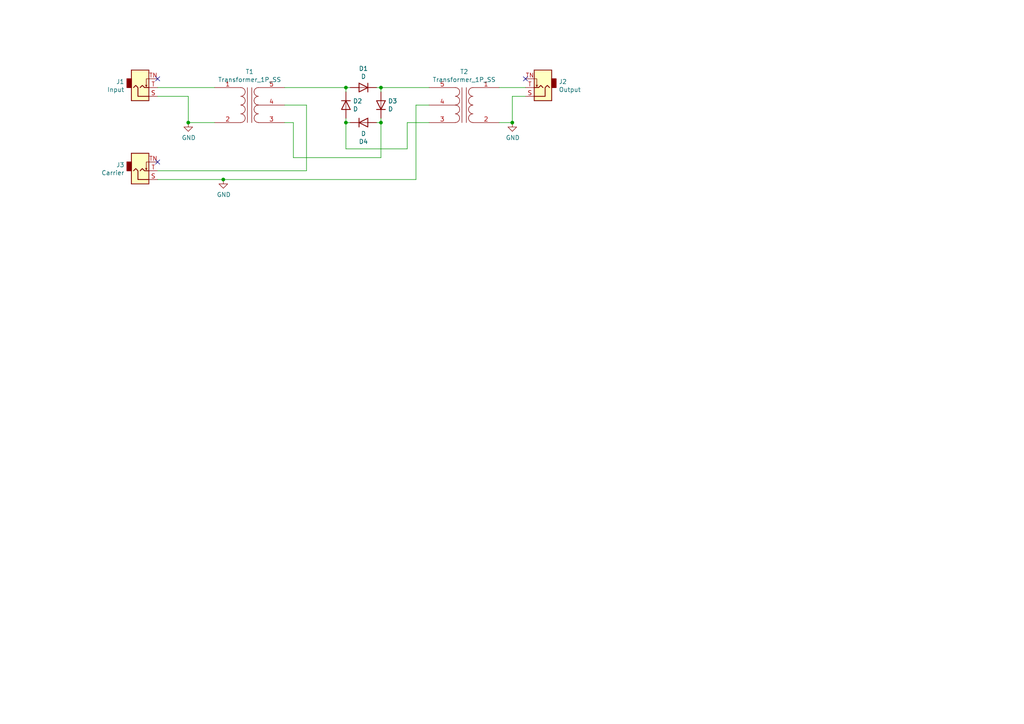
<source format=kicad_sch>
(kicad_sch
	(version 20231120)
	(generator "eeschema")
	(generator_version "8.0")
	(uuid "a547d506-f592-4028-b10a-fc18a621ca48")
	(paper "A4")
	(lib_symbols
		(symbol "Device:D"
			(pin_numbers hide)
			(pin_names
				(offset 1.016) hide)
			(exclude_from_sim no)
			(in_bom yes)
			(on_board yes)
			(property "Reference" "D"
				(at 0 2.54 0)
				(effects
					(font
						(size 1.27 1.27)
					)
				)
			)
			(property "Value" "D"
				(at 0 -2.54 0)
				(effects
					(font
						(size 1.27 1.27)
					)
				)
			)
			(property "Footprint" ""
				(at 0 0 0)
				(effects
					(font
						(size 1.27 1.27)
					)
					(hide yes)
				)
			)
			(property "Datasheet" "~"
				(at 0 0 0)
				(effects
					(font
						(size 1.27 1.27)
					)
					(hide yes)
				)
			)
			(property "Description" "Diode"
				(at 0 0 0)
				(effects
					(font
						(size 1.27 1.27)
					)
					(hide yes)
				)
			)
			(property "Sim.Device" "D"
				(at 0 0 0)
				(effects
					(font
						(size 1.27 1.27)
					)
					(hide yes)
				)
			)
			(property "Sim.Pins" "1=K 2=A"
				(at 0 0 0)
				(effects
					(font
						(size 1.27 1.27)
					)
					(hide yes)
				)
			)
			(property "ki_keywords" "diode"
				(at 0 0 0)
				(effects
					(font
						(size 1.27 1.27)
					)
					(hide yes)
				)
			)
			(property "ki_fp_filters" "TO-???* *_Diode_* *SingleDiode* D_*"
				(at 0 0 0)
				(effects
					(font
						(size 1.27 1.27)
					)
					(hide yes)
				)
			)
			(symbol "D_0_1"
				(polyline
					(pts
						(xy -1.27 1.27) (xy -1.27 -1.27)
					)
					(stroke
						(width 0.254)
						(type default)
					)
					(fill
						(type none)
					)
				)
				(polyline
					(pts
						(xy 1.27 0) (xy -1.27 0)
					)
					(stroke
						(width 0)
						(type default)
					)
					(fill
						(type none)
					)
				)
				(polyline
					(pts
						(xy 1.27 1.27) (xy 1.27 -1.27) (xy -1.27 0) (xy 1.27 1.27)
					)
					(stroke
						(width 0.254)
						(type default)
					)
					(fill
						(type none)
					)
				)
			)
			(symbol "D_1_1"
				(pin passive line
					(at -3.81 0 0)
					(length 2.54)
					(name "K"
						(effects
							(font
								(size 1.27 1.27)
							)
						)
					)
					(number "1"
						(effects
							(font
								(size 1.27 1.27)
							)
						)
					)
				)
				(pin passive line
					(at 3.81 0 180)
					(length 2.54)
					(name "A"
						(effects
							(font
								(size 1.27 1.27)
							)
						)
					)
					(number "2"
						(effects
							(font
								(size 1.27 1.27)
							)
						)
					)
				)
			)
		)
		(symbol "Device:Transformer_1P_SS"
			(pin_names
				(offset 1.016) hide)
			(exclude_from_sim no)
			(in_bom yes)
			(on_board yes)
			(property "Reference" "T"
				(at 0 6.35 0)
				(effects
					(font
						(size 1.27 1.27)
					)
				)
			)
			(property "Value" "Transformer_1P_SS"
				(at 0 -7.62 0)
				(effects
					(font
						(size 1.27 1.27)
					)
				)
			)
			(property "Footprint" ""
				(at 0 0 0)
				(effects
					(font
						(size 1.27 1.27)
					)
					(hide yes)
				)
			)
			(property "Datasheet" "~"
				(at 0 0 0)
				(effects
					(font
						(size 1.27 1.27)
					)
					(hide yes)
				)
			)
			(property "Description" "Transformer, single primary, split secondary"
				(at 0 0 0)
				(effects
					(font
						(size 1.27 1.27)
					)
					(hide yes)
				)
			)
			(property "ki_keywords" "transformer coil magnet"
				(at 0 0 0)
				(effects
					(font
						(size 1.27 1.27)
					)
					(hide yes)
				)
			)
			(symbol "Transformer_1P_SS_0_1"
				(arc
					(start -2.54 -5.0546)
					(mid -1.6599 -4.6901)
					(end -1.27 -3.81)
					(stroke
						(width 0)
						(type default)
					)
					(fill
						(type none)
					)
				)
				(arc
					(start -2.54 -2.5146)
					(mid -1.6599 -2.1501)
					(end -1.27 -1.27)
					(stroke
						(width 0)
						(type default)
					)
					(fill
						(type none)
					)
				)
				(arc
					(start -2.54 0.0254)
					(mid -1.6599 0.3899)
					(end -1.27 1.27)
					(stroke
						(width 0)
						(type default)
					)
					(fill
						(type none)
					)
				)
				(arc
					(start -2.54 2.5654)
					(mid -1.6599 2.9299)
					(end -1.27 3.81)
					(stroke
						(width 0)
						(type default)
					)
					(fill
						(type none)
					)
				)
				(arc
					(start -1.27 -3.81)
					(mid -1.642 -2.912)
					(end -2.54 -2.54)
					(stroke
						(width 0)
						(type default)
					)
					(fill
						(type none)
					)
				)
				(arc
					(start -1.27 -1.27)
					(mid -1.642 -0.372)
					(end -2.54 0)
					(stroke
						(width 0)
						(type default)
					)
					(fill
						(type none)
					)
				)
				(arc
					(start -1.27 1.27)
					(mid -1.642 2.168)
					(end -2.54 2.54)
					(stroke
						(width 0)
						(type default)
					)
					(fill
						(type none)
					)
				)
				(arc
					(start -1.27 3.81)
					(mid -1.642 4.708)
					(end -2.54 5.08)
					(stroke
						(width 0)
						(type default)
					)
					(fill
						(type none)
					)
				)
				(polyline
					(pts
						(xy -0.635 5.08) (xy -0.635 -5.08)
					)
					(stroke
						(width 0)
						(type default)
					)
					(fill
						(type none)
					)
				)
				(polyline
					(pts
						(xy 0.635 -5.08) (xy 0.635 5.08)
					)
					(stroke
						(width 0)
						(type default)
					)
					(fill
						(type none)
					)
				)
				(arc
					(start 1.2954 -1.27)
					(mid 1.6599 -2.1501)
					(end 2.54 -2.5146)
					(stroke
						(width 0)
						(type default)
					)
					(fill
						(type none)
					)
				)
				(arc
					(start 1.2954 1.27)
					(mid 1.6599 0.3899)
					(end 2.54 0.0254)
					(stroke
						(width 0)
						(type default)
					)
					(fill
						(type none)
					)
				)
				(arc
					(start 1.2954 3.81)
					(mid 1.6599 2.9299)
					(end 2.54 2.5654)
					(stroke
						(width 0)
						(type default)
					)
					(fill
						(type none)
					)
				)
				(arc
					(start 1.3208 -3.81)
					(mid 1.6853 -4.6901)
					(end 2.5654 -5.0546)
					(stroke
						(width 0)
						(type default)
					)
					(fill
						(type none)
					)
				)
				(arc
					(start 2.54 0)
					(mid 1.642 -0.372)
					(end 1.2954 -1.27)
					(stroke
						(width 0)
						(type default)
					)
					(fill
						(type none)
					)
				)
				(arc
					(start 2.54 2.54)
					(mid 1.642 2.168)
					(end 1.2954 1.27)
					(stroke
						(width 0)
						(type default)
					)
					(fill
						(type none)
					)
				)
				(arc
					(start 2.54 5.08)
					(mid 1.642 4.708)
					(end 1.2954 3.81)
					(stroke
						(width 0)
						(type default)
					)
					(fill
						(type none)
					)
				)
				(arc
					(start 2.5654 -2.54)
					(mid 1.6674 -2.912)
					(end 1.3208 -3.81)
					(stroke
						(width 0)
						(type default)
					)
					(fill
						(type none)
					)
				)
			)
			(symbol "Transformer_1P_SS_1_1"
				(pin passive line
					(at -10.16 5.08 0)
					(length 7.62)
					(name "AA"
						(effects
							(font
								(size 1.27 1.27)
							)
						)
					)
					(number "1"
						(effects
							(font
								(size 1.27 1.27)
							)
						)
					)
				)
				(pin passive line
					(at -10.16 -5.08 0)
					(length 7.62)
					(name "AB"
						(effects
							(font
								(size 1.27 1.27)
							)
						)
					)
					(number "2"
						(effects
							(font
								(size 1.27 1.27)
							)
						)
					)
				)
				(pin passive line
					(at 10.16 -5.08 180)
					(length 7.62)
					(name "SA"
						(effects
							(font
								(size 1.27 1.27)
							)
						)
					)
					(number "3"
						(effects
							(font
								(size 1.27 1.27)
							)
						)
					)
				)
				(pin passive line
					(at 10.16 0 180)
					(length 7.62)
					(name "SC"
						(effects
							(font
								(size 1.27 1.27)
							)
						)
					)
					(number "4"
						(effects
							(font
								(size 1.27 1.27)
							)
						)
					)
				)
				(pin passive line
					(at 10.16 5.08 180)
					(length 7.62)
					(name "SB"
						(effects
							(font
								(size 1.27 1.27)
							)
						)
					)
					(number "5"
						(effects
							(font
								(size 1.27 1.27)
							)
						)
					)
				)
			)
		)
		(symbol "ring_modulator-rescue:AudioJack2_SwitchT-Connector"
			(exclude_from_sim no)
			(in_bom yes)
			(on_board yes)
			(property "Reference" "J"
				(at 0 8.89 0)
				(effects
					(font
						(size 1.27 1.27)
					)
				)
			)
			(property "Value" "Connector_AudioJack2_SwitchT"
				(at 0 6.35 0)
				(effects
					(font
						(size 1.27 1.27)
					)
				)
			)
			(property "Footprint" ""
				(at 0 0 0)
				(effects
					(font
						(size 1.27 1.27)
					)
					(hide yes)
				)
			)
			(property "Datasheet" ""
				(at 0 0 0)
				(effects
					(font
						(size 1.27 1.27)
					)
					(hide yes)
				)
			)
			(property "Description" ""
				(at 0 0 0)
				(effects
					(font
						(size 1.27 1.27)
					)
					(hide yes)
				)
			)
			(property "ki_fp_filters" "Jack*"
				(at 0 0 0)
				(effects
					(font
						(size 1.27 1.27)
					)
					(hide yes)
				)
			)
			(symbol "AudioJack2_SwitchT-Connector_0_1"
				(rectangle
					(start -2.54 0)
					(end -3.81 -2.54)
					(stroke
						(width 0.254)
						(type solid)
					)
					(fill
						(type outline)
					)
				)
				(polyline
					(pts
						(xy 1.778 -0.254) (xy 2.032 -0.762)
					)
					(stroke
						(width 0)
						(type solid)
					)
					(fill
						(type none)
					)
				)
				(polyline
					(pts
						(xy 0 0) (xy 0.635 -0.635) (xy 1.27 0) (xy 2.54 0)
					)
					(stroke
						(width 0.254)
						(type solid)
					)
					(fill
						(type none)
					)
				)
				(polyline
					(pts
						(xy 2.54 -2.54) (xy 1.778 -2.54) (xy 1.778 -0.254) (xy 1.524 -0.762)
					)
					(stroke
						(width 0)
						(type solid)
					)
					(fill
						(type none)
					)
				)
				(polyline
					(pts
						(xy 2.54 2.54) (xy -0.635 2.54) (xy -0.635 0) (xy -1.27 -0.635) (xy -1.905 0)
					)
					(stroke
						(width 0.254)
						(type solid)
					)
					(fill
						(type none)
					)
				)
				(rectangle
					(start 2.54 3.81)
					(end -2.54 -5.08)
					(stroke
						(width 0.254)
						(type solid)
					)
					(fill
						(type background)
					)
				)
			)
			(symbol "AudioJack2_SwitchT-Connector_1_1"
				(pin passive line
					(at 5.08 2.54 180)
					(length 2.54)
					(name "~"
						(effects
							(font
								(size 1.27 1.27)
							)
						)
					)
					(number "S"
						(effects
							(font
								(size 1.27 1.27)
							)
						)
					)
				)
				(pin passive line
					(at 5.08 0 180)
					(length 2.54)
					(name "~"
						(effects
							(font
								(size 1.27 1.27)
							)
						)
					)
					(number "T"
						(effects
							(font
								(size 1.27 1.27)
							)
						)
					)
				)
				(pin passive line
					(at 5.08 -2.54 180)
					(length 2.54)
					(name "~"
						(effects
							(font
								(size 1.27 1.27)
							)
						)
					)
					(number "TN"
						(effects
							(font
								(size 1.27 1.27)
							)
						)
					)
				)
			)
		)
		(symbol "ring_modulator-rescue:GND-power"
			(power)
			(pin_names
				(offset 0)
			)
			(exclude_from_sim no)
			(in_bom yes)
			(on_board yes)
			(property "Reference" "#PWR"
				(at 0 -6.35 0)
				(effects
					(font
						(size 1.27 1.27)
					)
					(hide yes)
				)
			)
			(property "Value" "power_GND"
				(at 0 -3.81 0)
				(effects
					(font
						(size 1.27 1.27)
					)
				)
			)
			(property "Footprint" ""
				(at 0 0 0)
				(effects
					(font
						(size 1.27 1.27)
					)
					(hide yes)
				)
			)
			(property "Datasheet" ""
				(at 0 0 0)
				(effects
					(font
						(size 1.27 1.27)
					)
					(hide yes)
				)
			)
			(property "Description" ""
				(at 0 0 0)
				(effects
					(font
						(size 1.27 1.27)
					)
					(hide yes)
				)
			)
			(symbol "GND-power_0_1"
				(polyline
					(pts
						(xy 0 0) (xy 0 -1.27) (xy 1.27 -1.27) (xy 0 -2.54) (xy -1.27 -1.27) (xy 0 -1.27)
					)
					(stroke
						(width 0)
						(type solid)
					)
					(fill
						(type none)
					)
				)
			)
			(symbol "GND-power_1_1"
				(pin power_in line
					(at 0 0 270)
					(length 0) hide
					(name "GND"
						(effects
							(font
								(size 1.27 1.27)
							)
						)
					)
					(number "1"
						(effects
							(font
								(size 1.27 1.27)
							)
						)
					)
				)
			)
		)
	)
	(junction
		(at 148.59 35.56)
		(diameter 0)
		(color 0 0 0 0)
		(uuid "4d88f745-b814-4ab1-8d4b-55d94321fa25")
	)
	(junction
		(at 64.77 52.07)
		(diameter 0)
		(color 0 0 0 0)
		(uuid "ad92720f-e131-4c12-9017-bef0f6ecfe5f")
	)
	(junction
		(at 54.61 35.56)
		(diameter 0)
		(color 0 0 0 0)
		(uuid "bc84fc07-33a9-4139-a000-b6fc13277b75")
	)
	(junction
		(at 110.49 35.56)
		(diameter 0)
		(color 0 0 0 0)
		(uuid "ce1257db-80c2-48be-a435-0cbbbb408ee6")
	)
	(junction
		(at 110.49 25.4)
		(diameter 0)
		(color 0 0 0 0)
		(uuid "d1dbdbfa-1d33-48d4-870a-7c7fc540ac82")
	)
	(junction
		(at 100.33 25.4)
		(diameter 0)
		(color 0 0 0 0)
		(uuid "e8c9974f-1d2f-4b02-9a62-ae5f9ce1d2de")
	)
	(junction
		(at 100.33 35.56)
		(diameter 0)
		(color 0 0 0 0)
		(uuid "ff924e6f-b018-40a3-be59-3e8922228ac3")
	)
	(no_connect
		(at 45.72 46.99)
		(uuid "9510f348-0205-4ef9-b387-e3a89af209ca")
	)
	(no_connect
		(at 152.4 22.86)
		(uuid "ef739539-7c90-4690-b0e0-468f9ec8ad15")
	)
	(no_connect
		(at 45.72 22.86)
		(uuid "ff44ccfb-a364-401f-ba85-953b41d689cc")
	)
	(wire
		(pts
			(xy 88.9 30.48) (xy 82.55 30.48)
		)
		(stroke
			(width 0)
			(type default)
		)
		(uuid "169dd460-412e-41a1-a9e1-a3befae96712")
	)
	(wire
		(pts
			(xy 118.11 43.18) (xy 118.11 35.56)
		)
		(stroke
			(width 0)
			(type default)
		)
		(uuid "3554af16-05d2-47ae-a0bc-9f4750068ff8")
	)
	(wire
		(pts
			(xy 110.49 25.4) (xy 124.46 25.4)
		)
		(stroke
			(width 0)
			(type default)
		)
		(uuid "3b8a62a0-a1a4-49c5-8fcc-8779cc460852")
	)
	(wire
		(pts
			(xy 45.72 27.94) (xy 54.61 27.94)
		)
		(stroke
			(width 0)
			(type default)
		)
		(uuid "54d713bc-ce10-4f5f-aa73-a5e199fe1bf7")
	)
	(wire
		(pts
			(xy 109.22 35.56) (xy 110.49 35.56)
		)
		(stroke
			(width 0)
			(type default)
		)
		(uuid "66948204-9d07-43bf-b21f-d09f7876a640")
	)
	(wire
		(pts
			(xy 148.59 27.94) (xy 148.59 35.56)
		)
		(stroke
			(width 0)
			(type default)
		)
		(uuid "671c5e9d-7f9e-4d23-a1df-99e9541959d7")
	)
	(wire
		(pts
			(xy 144.78 25.4) (xy 152.4 25.4)
		)
		(stroke
			(width 0)
			(type default)
		)
		(uuid "79b24b64-837e-4112-afcf-1c8a6655e401")
	)
	(wire
		(pts
			(xy 54.61 27.94) (xy 54.61 35.56)
		)
		(stroke
			(width 0)
			(type default)
		)
		(uuid "7fafd4a5-2cc9-42dc-808e-0ba18bc7991c")
	)
	(wire
		(pts
			(xy 45.72 49.53) (xy 88.9 49.53)
		)
		(stroke
			(width 0)
			(type default)
		)
		(uuid "848cb236-422f-4cab-92d6-7d94b738287f")
	)
	(wire
		(pts
			(xy 100.33 26.67) (xy 100.33 25.4)
		)
		(stroke
			(width 0)
			(type default)
		)
		(uuid "91fb1935-6906-4f40-b82b-e258a2f0ca3e")
	)
	(wire
		(pts
			(xy 110.49 35.56) (xy 110.49 34.29)
		)
		(stroke
			(width 0)
			(type default)
		)
		(uuid "a65b561f-e4c2-45a1-b887-bc034e182ca1")
	)
	(wire
		(pts
			(xy 100.33 35.56) (xy 101.6 35.56)
		)
		(stroke
			(width 0)
			(type default)
		)
		(uuid "a9450e50-fea4-47c0-9f7a-e48d4c15ab09")
	)
	(wire
		(pts
			(xy 82.55 35.56) (xy 85.09 35.56)
		)
		(stroke
			(width 0)
			(type default)
		)
		(uuid "b05a3bc5-54cb-4903-9e4c-3ae6ef7a169b")
	)
	(wire
		(pts
			(xy 109.22 25.4) (xy 110.49 25.4)
		)
		(stroke
			(width 0)
			(type default)
		)
		(uuid "b4818c99-c65e-485b-a592-a3a5e318a8a9")
	)
	(wire
		(pts
			(xy 110.49 26.67) (xy 110.49 25.4)
		)
		(stroke
			(width 0)
			(type default)
		)
		(uuid "b9077052-034d-44d5-bf02-bc1ce2b9ea89")
	)
	(wire
		(pts
			(xy 85.09 45.72) (xy 110.49 45.72)
		)
		(stroke
			(width 0)
			(type default)
		)
		(uuid "bdae0b81-d0ea-4b51-8fdd-626f78178c2c")
	)
	(wire
		(pts
			(xy 100.33 34.29) (xy 100.33 35.56)
		)
		(stroke
			(width 0)
			(type default)
		)
		(uuid "bef68a2b-4f9e-407e-b2b9-9244171b5e1c")
	)
	(wire
		(pts
			(xy 45.72 25.4) (xy 62.23 25.4)
		)
		(stroke
			(width 0)
			(type default)
		)
		(uuid "c29e5e9e-edeb-48ce-b5ac-f18bac936310")
	)
	(wire
		(pts
			(xy 64.77 52.07) (xy 120.65 52.07)
		)
		(stroke
			(width 0)
			(type default)
		)
		(uuid "c2bc20f0-11c3-4048-abb1-9bd3b18788d8")
	)
	(wire
		(pts
			(xy 100.33 35.56) (xy 100.33 43.18)
		)
		(stroke
			(width 0)
			(type default)
		)
		(uuid "c596cc33-44e3-4914-a5d0-29a89b9c7866")
	)
	(wire
		(pts
			(xy 120.65 52.07) (xy 120.65 30.48)
		)
		(stroke
			(width 0)
			(type default)
		)
		(uuid "c8ad2b35-806e-472c-87c0-f352637c101a")
	)
	(wire
		(pts
			(xy 82.55 25.4) (xy 100.33 25.4)
		)
		(stroke
			(width 0)
			(type default)
		)
		(uuid "c9d5b782-ccb8-4ec7-bfce-3388129cdb98")
	)
	(wire
		(pts
			(xy 110.49 45.72) (xy 110.49 35.56)
		)
		(stroke
			(width 0)
			(type default)
		)
		(uuid "cde517c6-06fb-42f4-a265-2dfe4d9ff1aa")
	)
	(wire
		(pts
			(xy 148.59 35.56) (xy 144.78 35.56)
		)
		(stroke
			(width 0)
			(type default)
		)
		(uuid "d94cfa6f-8751-427a-be48-f12c987f9014")
	)
	(wire
		(pts
			(xy 100.33 43.18) (xy 118.11 43.18)
		)
		(stroke
			(width 0)
			(type default)
		)
		(uuid "e3ea9011-87b7-4af8-b9fe-8b2ae72631ff")
	)
	(wire
		(pts
			(xy 152.4 27.94) (xy 148.59 27.94)
		)
		(stroke
			(width 0)
			(type default)
		)
		(uuid "e8756863-120b-451c-83f2-2bf26bfc3ea9")
	)
	(wire
		(pts
			(xy 45.72 52.07) (xy 64.77 52.07)
		)
		(stroke
			(width 0)
			(type default)
		)
		(uuid "ec78caf5-1442-4829-b4ae-faa09fd0945c")
	)
	(wire
		(pts
			(xy 118.11 35.56) (xy 124.46 35.56)
		)
		(stroke
			(width 0)
			(type default)
		)
		(uuid "ede561e7-f091-4676-86e3-9164e25d36cc")
	)
	(wire
		(pts
			(xy 85.09 35.56) (xy 85.09 45.72)
		)
		(stroke
			(width 0)
			(type default)
		)
		(uuid "f1f7f24a-9e05-43e3-afb3-de34d58886b3")
	)
	(wire
		(pts
			(xy 120.65 30.48) (xy 124.46 30.48)
		)
		(stroke
			(width 0)
			(type default)
		)
		(uuid "f28f965f-27ef-41c0-9a5a-ff4e6fcd165b")
	)
	(wire
		(pts
			(xy 88.9 49.53) (xy 88.9 30.48)
		)
		(stroke
			(width 0)
			(type default)
		)
		(uuid "f553ca7d-9a3d-4cca-af93-22ceb5b75497")
	)
	(wire
		(pts
			(xy 100.33 25.4) (xy 101.6 25.4)
		)
		(stroke
			(width 0)
			(type default)
		)
		(uuid "f86849ae-e239-4793-bf19-d99ddad4b195")
	)
	(wire
		(pts
			(xy 54.61 35.56) (xy 62.23 35.56)
		)
		(stroke
			(width 0)
			(type default)
		)
		(uuid "faa02235-6fd7-4d46-b487-10297d8ee5ed")
	)
	(symbol
		(lib_id "ring_modulator-rescue:AudioJack2_SwitchT-Connector")
		(at 40.64 25.4 0)
		(mirror x)
		(unit 1)
		(exclude_from_sim no)
		(in_bom yes)
		(on_board yes)
		(dnp no)
		(uuid "00000000-0000-0000-0000-000065dac997")
		(property "Reference" "J1"
			(at 36.068 23.6982 0)
			(effects
				(font
					(size 1.27 1.27)
				)
				(justify right)
			)
		)
		(property "Value" "Input"
			(at 36.068 26.0096 0)
			(effects
				(font
					(size 1.27 1.27)
				)
				(justify right)
			)
		)
		(property "Footprint" "Connector_Audio:Jack_3.5mm_QingPu_WQP-PJ398SM_Vertical_CircularHoles"
			(at 40.64 25.4 0)
			(effects
				(font
					(size 1.27 1.27)
				)
				(hide yes)
			)
		)
		(property "Datasheet" "~"
			(at 40.64 25.4 0)
			(effects
				(font
					(size 1.27 1.27)
				)
				(hide yes)
			)
		)
		(property "Description" ""
			(at 40.64 25.4 0)
			(effects
				(font
					(size 1.27 1.27)
				)
				(hide yes)
			)
		)
		(pin "T"
			(uuid "4fa6020c-991a-4dae-a6a1-e1816c489081")
		)
		(pin "TN"
			(uuid "33750b66-e77c-4085-b587-aae00f9066b6")
		)
		(pin "S"
			(uuid "f30a9a51-39ad-4895-8f7b-c3490bc6c3a3")
		)
		(instances
			(project "ring_modulator"
				(path "/a547d506-f592-4028-b10a-fc18a621ca48"
					(reference "J1")
					(unit 1)
				)
			)
		)
	)
	(symbol
		(lib_id "Device:Transformer_1P_SS")
		(at 72.39 30.48 0)
		(unit 1)
		(exclude_from_sim no)
		(in_bom yes)
		(on_board yes)
		(dnp no)
		(uuid "00000000-0000-0000-0000-000065dadb6c")
		(property "Reference" "T1"
			(at 72.39 20.8026 0)
			(effects
				(font
					(size 1.27 1.27)
				)
			)
		)
		(property "Value" "Transformer_1P_SS"
			(at 72.39 23.114 0)
			(effects
				(font
					(size 1.27 1.27)
				)
			)
		)
		(property "Footprint" "Custom:audio_transformer"
			(at 72.39 30.48 0)
			(effects
				(font
					(size 1.27 1.27)
				)
				(hide yes)
			)
		)
		(property "Datasheet" "~"
			(at 72.39 30.48 0)
			(effects
				(font
					(size 1.27 1.27)
				)
				(hide yes)
			)
		)
		(property "Description" ""
			(at 72.39 30.48 0)
			(effects
				(font
					(size 1.27 1.27)
				)
				(hide yes)
			)
		)
		(pin "1"
			(uuid "b11597f1-8074-476f-bb72-e56fdc5b6b8f")
		)
		(pin "4"
			(uuid "f23aa8cf-9827-466a-9517-54920b08ddaa")
		)
		(pin "5"
			(uuid "27d2d1e6-a5c6-4931-9a23-dcef2ec88d42")
		)
		(pin "3"
			(uuid "87852b7b-9075-485e-aaec-9e31d84b84e5")
		)
		(pin "2"
			(uuid "c7853639-81f6-476e-8375-6cb6f9aa636f")
		)
		(instances
			(project "ring_modulator"
				(path "/a547d506-f592-4028-b10a-fc18a621ca48"
					(reference "T1")
					(unit 1)
				)
			)
		)
	)
	(symbol
		(lib_id "Device:Transformer_1P_SS")
		(at 134.62 30.48 0)
		(mirror y)
		(unit 1)
		(exclude_from_sim no)
		(in_bom yes)
		(on_board yes)
		(dnp no)
		(uuid "00000000-0000-0000-0000-000065daeb27")
		(property "Reference" "T2"
			(at 134.62 20.8026 0)
			(effects
				(font
					(size 1.27 1.27)
				)
			)
		)
		(property "Value" "Transformer_1P_SS"
			(at 134.62 23.114 0)
			(effects
				(font
					(size 1.27 1.27)
				)
			)
		)
		(property "Footprint" "Custom:audio_transformer"
			(at 134.62 30.48 0)
			(effects
				(font
					(size 1.27 1.27)
				)
				(hide yes)
			)
		)
		(property "Datasheet" "~"
			(at 134.62 30.48 0)
			(effects
				(font
					(size 1.27 1.27)
				)
				(hide yes)
			)
		)
		(property "Description" ""
			(at 134.62 30.48 0)
			(effects
				(font
					(size 1.27 1.27)
				)
				(hide yes)
			)
		)
		(pin "2"
			(uuid "b4eed561-09e7-4f95-8867-6d6ff5f7697a")
		)
		(pin "3"
			(uuid "2e64db6e-2f21-41b9-9242-799ac93967aa")
		)
		(pin "4"
			(uuid "5f621365-5cd4-4465-8543-045c8b7948b0")
		)
		(pin "1"
			(uuid "8b065aae-6b57-401d-a6e6-6e7136fbbc76")
		)
		(pin "5"
			(uuid "ee7c08ce-837e-40a8-b4a2-2523ba84b483")
		)
		(instances
			(project "ring_modulator"
				(path "/a547d506-f592-4028-b10a-fc18a621ca48"
					(reference "T2")
					(unit 1)
				)
			)
		)
	)
	(symbol
		(lib_id "ring_modulator-rescue:AudioJack2_SwitchT-Connector")
		(at 40.64 49.53 0)
		(mirror x)
		(unit 1)
		(exclude_from_sim no)
		(in_bom yes)
		(on_board yes)
		(dnp no)
		(uuid "00000000-0000-0000-0000-000065dafe2d")
		(property "Reference" "J3"
			(at 36.0934 47.8282 0)
			(effects
				(font
					(size 1.27 1.27)
				)
				(justify right)
			)
		)
		(property "Value" "Carrier"
			(at 36.0934 50.1396 0)
			(effects
				(font
					(size 1.27 1.27)
				)
				(justify right)
			)
		)
		(property "Footprint" "Connector_Audio:Jack_3.5mm_QingPu_WQP-PJ398SM_Vertical_CircularHoles"
			(at 40.64 49.53 0)
			(effects
				(font
					(size 1.27 1.27)
				)
				(hide yes)
			)
		)
		(property "Datasheet" "~"
			(at 40.64 49.53 0)
			(effects
				(font
					(size 1.27 1.27)
				)
				(hide yes)
			)
		)
		(property "Description" ""
			(at 40.64 49.53 0)
			(effects
				(font
					(size 1.27 1.27)
				)
				(hide yes)
			)
		)
		(pin "S"
			(uuid "11c7ce27-5166-4f44-9ad8-2dc96e3cb18b")
		)
		(pin "TN"
			(uuid "41205749-0132-4ec1-99b3-8b868d86779a")
		)
		(pin "T"
			(uuid "01c28c34-1c24-4e8a-935e-32e0071709f5")
		)
		(instances
			(project "ring_modulator"
				(path "/a547d506-f592-4028-b10a-fc18a621ca48"
					(reference "J3")
					(unit 1)
				)
			)
		)
	)
	(symbol
		(lib_id "Device:D")
		(at 105.41 25.4 0)
		(mirror y)
		(unit 1)
		(exclude_from_sim no)
		(in_bom yes)
		(on_board yes)
		(dnp no)
		(uuid "00000000-0000-0000-0000-000065db1e6f")
		(property "Reference" "D1"
			(at 105.41 19.8882 0)
			(effects
				(font
					(size 1.27 1.27)
				)
			)
		)
		(property "Value" "D"
			(at 105.41 22.1996 0)
			(effects
				(font
					(size 1.27 1.27)
				)
			)
		)
		(property "Footprint" "Diode_THT:D_A-405_P7.62mm_Horizontal"
			(at 105.41 25.4 0)
			(effects
				(font
					(size 1.27 1.27)
				)
				(hide yes)
			)
		)
		(property "Datasheet" "~"
			(at 105.41 25.4 0)
			(effects
				(font
					(size 1.27 1.27)
				)
				(hide yes)
			)
		)
		(property "Description" ""
			(at 105.41 25.4 0)
			(effects
				(font
					(size 1.27 1.27)
				)
				(hide yes)
			)
		)
		(pin "1"
			(uuid "4bcd4e03-c8ad-4a2c-b191-7d180d7a5023")
		)
		(pin "2"
			(uuid "6109a3eb-e7b7-439b-8046-1f7d5580dbae")
		)
		(instances
			(project "ring_modulator"
				(path "/a547d506-f592-4028-b10a-fc18a621ca48"
					(reference "D1")
					(unit 1)
				)
			)
		)
	)
	(symbol
		(lib_id "Device:D")
		(at 110.49 30.48 270)
		(mirror x)
		(unit 1)
		(exclude_from_sim no)
		(in_bom yes)
		(on_board yes)
		(dnp no)
		(uuid "00000000-0000-0000-0000-000065db261b")
		(property "Reference" "D3"
			(at 112.522 29.3116 90)
			(effects
				(font
					(size 1.27 1.27)
				)
				(justify left)
			)
		)
		(property "Value" "D"
			(at 112.522 31.623 90)
			(effects
				(font
					(size 1.27 1.27)
				)
				(justify left)
			)
		)
		(property "Footprint" "Diode_THT:D_A-405_P7.62mm_Horizontal"
			(at 110.49 30.48 0)
			(effects
				(font
					(size 1.27 1.27)
				)
				(hide yes)
			)
		)
		(property "Datasheet" "~"
			(at 110.49 30.48 0)
			(effects
				(font
					(size 1.27 1.27)
				)
				(hide yes)
			)
		)
		(property "Description" ""
			(at 110.49 30.48 0)
			(effects
				(font
					(size 1.27 1.27)
				)
				(hide yes)
			)
		)
		(pin "2"
			(uuid "0a41acbb-6647-4d42-aa0b-ae0d75da2d91")
		)
		(pin "1"
			(uuid "6c1f4bf0-4b8c-4528-ac0f-d2a1c4290212")
		)
		(instances
			(project "ring_modulator"
				(path "/a547d506-f592-4028-b10a-fc18a621ca48"
					(reference "D3")
					(unit 1)
				)
			)
		)
	)
	(symbol
		(lib_id "Device:D")
		(at 105.41 35.56 0)
		(unit 1)
		(exclude_from_sim no)
		(in_bom yes)
		(on_board yes)
		(dnp no)
		(uuid "00000000-0000-0000-0000-000065db2e80")
		(property "Reference" "D4"
			(at 105.41 41.0718 0)
			(effects
				(font
					(size 1.27 1.27)
				)
			)
		)
		(property "Value" "D"
			(at 105.41 38.7604 0)
			(effects
				(font
					(size 1.27 1.27)
				)
			)
		)
		(property "Footprint" "Diode_THT:D_A-405_P7.62mm_Horizontal"
			(at 105.41 35.56 0)
			(effects
				(font
					(size 1.27 1.27)
				)
				(hide yes)
			)
		)
		(property "Datasheet" "~"
			(at 105.41 35.56 0)
			(effects
				(font
					(size 1.27 1.27)
				)
				(hide yes)
			)
		)
		(property "Description" ""
			(at 105.41 35.56 0)
			(effects
				(font
					(size 1.27 1.27)
				)
				(hide yes)
			)
		)
		(pin "2"
			(uuid "b85dd12c-893d-4fa0-884a-5e0f13e0032d")
		)
		(pin "1"
			(uuid "24a99437-259c-450a-8992-b28fe7a672c5")
		)
		(instances
			(project "ring_modulator"
				(path "/a547d506-f592-4028-b10a-fc18a621ca48"
					(reference "D4")
					(unit 1)
				)
			)
		)
	)
	(symbol
		(lib_id "Device:D")
		(at 100.33 30.48 270)
		(unit 1)
		(exclude_from_sim no)
		(in_bom yes)
		(on_board yes)
		(dnp no)
		(uuid "00000000-0000-0000-0000-000065db3297")
		(property "Reference" "D2"
			(at 102.362 29.3116 90)
			(effects
				(font
					(size 1.27 1.27)
				)
				(justify left)
			)
		)
		(property "Value" "D"
			(at 102.362 31.623 90)
			(effects
				(font
					(size 1.27 1.27)
				)
				(justify left)
			)
		)
		(property "Footprint" "Diode_THT:D_A-405_P7.62mm_Horizontal"
			(at 100.33 30.48 0)
			(effects
				(font
					(size 1.27 1.27)
				)
				(hide yes)
			)
		)
		(property "Datasheet" "~"
			(at 100.33 30.48 0)
			(effects
				(font
					(size 1.27 1.27)
				)
				(hide yes)
			)
		)
		(property "Description" ""
			(at 100.33 30.48 0)
			(effects
				(font
					(size 1.27 1.27)
				)
				(hide yes)
			)
		)
		(pin "1"
			(uuid "1b042db4-f9d9-43a7-b844-c59987beb168")
		)
		(pin "2"
			(uuid "88f4bfef-bceb-4d1d-8544-bcf80c2ace68")
		)
		(instances
			(project "ring_modulator"
				(path "/a547d506-f592-4028-b10a-fc18a621ca48"
					(reference "D2")
					(unit 1)
				)
			)
		)
	)
	(symbol
		(lib_id "ring_modulator-rescue:AudioJack2_SwitchT-Connector")
		(at 157.48 25.4 180)
		(unit 1)
		(exclude_from_sim no)
		(in_bom yes)
		(on_board yes)
		(dnp no)
		(uuid "00000000-0000-0000-0000-000065db651e")
		(property "Reference" "J2"
			(at 162.052 23.6982 0)
			(effects
				(font
					(size 1.27 1.27)
				)
				(justify right)
			)
		)
		(property "Value" "Output"
			(at 162.052 26.0096 0)
			(effects
				(font
					(size 1.27 1.27)
				)
				(justify right)
			)
		)
		(property "Footprint" "Connector_Audio:Jack_3.5mm_QingPu_WQP-PJ398SM_Vertical_CircularHoles"
			(at 157.48 25.4 0)
			(effects
				(font
					(size 1.27 1.27)
				)
				(hide yes)
			)
		)
		(property "Datasheet" "~"
			(at 157.48 25.4 0)
			(effects
				(font
					(size 1.27 1.27)
				)
				(hide yes)
			)
		)
		(property "Description" ""
			(at 157.48 25.4 0)
			(effects
				(font
					(size 1.27 1.27)
				)
				(hide yes)
			)
		)
		(pin "T"
			(uuid "5d15cd46-f2bf-42ad-be63-b5343837eacf")
		)
		(pin "TN"
			(uuid "cb3ed1c8-d78a-4c67-b9d5-66dd8ede81ff")
		)
		(pin "S"
			(uuid "1b1ec2de-527f-4278-9982-9b6568a23f71")
		)
		(instances
			(project "ring_modulator"
				(path "/a547d506-f592-4028-b10a-fc18a621ca48"
					(reference "J2")
					(unit 1)
				)
			)
		)
	)
	(symbol
		(lib_id "ring_modulator-rescue:GND-power")
		(at 64.77 52.07 0)
		(unit 1)
		(exclude_from_sim no)
		(in_bom yes)
		(on_board yes)
		(dnp no)
		(uuid "00000000-0000-0000-0000-000065dc1d42")
		(property "Reference" "#PWR?"
			(at 64.77 58.42 0)
			(effects
				(font
					(size 1.27 1.27)
				)
				(hide yes)
			)
		)
		(property "Value" "GND"
			(at 64.897 56.4642 0)
			(effects
				(font
					(size 1.27 1.27)
				)
			)
		)
		(property "Footprint" ""
			(at 64.77 52.07 0)
			(effects
				(font
					(size 1.27 1.27)
				)
				(hide yes)
			)
		)
		(property "Datasheet" ""
			(at 64.77 52.07 0)
			(effects
				(font
					(size 1.27 1.27)
				)
				(hide yes)
			)
		)
		(property "Description" ""
			(at 64.77 52.07 0)
			(effects
				(font
					(size 1.27 1.27)
				)
				(hide yes)
			)
		)
		(pin "1"
			(uuid "0b872d3b-ea06-4a85-9535-fe1063629a9f")
		)
		(instances
			(project "ring_modulator"
				(path "/a547d506-f592-4028-b10a-fc18a621ca48"
					(reference "#PWR?")
					(unit 1)
				)
			)
		)
	)
	(symbol
		(lib_id "ring_modulator-rescue:GND-power")
		(at 54.61 35.56 0)
		(unit 1)
		(exclude_from_sim no)
		(in_bom yes)
		(on_board yes)
		(dnp no)
		(uuid "00000000-0000-0000-0000-000065dc230d")
		(property "Reference" "#PWR?"
			(at 54.61 41.91 0)
			(effects
				(font
					(size 1.27 1.27)
				)
				(hide yes)
			)
		)
		(property "Value" "GND"
			(at 54.737 39.9542 0)
			(effects
				(font
					(size 1.27 1.27)
				)
			)
		)
		(property "Footprint" ""
			(at 54.61 35.56 0)
			(effects
				(font
					(size 1.27 1.27)
				)
				(hide yes)
			)
		)
		(property "Datasheet" ""
			(at 54.61 35.56 0)
			(effects
				(font
					(size 1.27 1.27)
				)
				(hide yes)
			)
		)
		(property "Description" ""
			(at 54.61 35.56 0)
			(effects
				(font
					(size 1.27 1.27)
				)
				(hide yes)
			)
		)
		(pin "1"
			(uuid "dee38181-757d-4f44-ba26-5e70e3dbf749")
		)
		(instances
			(project "ring_modulator"
				(path "/a547d506-f592-4028-b10a-fc18a621ca48"
					(reference "#PWR?")
					(unit 1)
				)
			)
		)
	)
	(symbol
		(lib_id "ring_modulator-rescue:GND-power")
		(at 148.59 35.56 0)
		(unit 1)
		(exclude_from_sim no)
		(in_bom yes)
		(on_board yes)
		(dnp no)
		(uuid "00000000-0000-0000-0000-000065dc26bd")
		(property "Reference" "#PWR?"
			(at 148.59 41.91 0)
			(effects
				(font
					(size 1.27 1.27)
				)
				(hide yes)
			)
		)
		(property "Value" "GND"
			(at 148.717 39.9542 0)
			(effects
				(font
					(size 1.27 1.27)
				)
			)
		)
		(property "Footprint" ""
			(at 148.59 35.56 0)
			(effects
				(font
					(size 1.27 1.27)
				)
				(hide yes)
			)
		)
		(property "Datasheet" ""
			(at 148.59 35.56 0)
			(effects
				(font
					(size 1.27 1.27)
				)
				(hide yes)
			)
		)
		(property "Description" ""
			(at 148.59 35.56 0)
			(effects
				(font
					(size 1.27 1.27)
				)
				(hide yes)
			)
		)
		(pin "1"
			(uuid "c4629ce1-6633-4a0c-ae87-8f23626b0d7e")
		)
		(instances
			(project "ring_modulator"
				(path "/a547d506-f592-4028-b10a-fc18a621ca48"
					(reference "#PWR?")
					(unit 1)
				)
			)
		)
	)
	(sheet_instances
		(path "/"
			(page "1")
		)
	)
)
</source>
